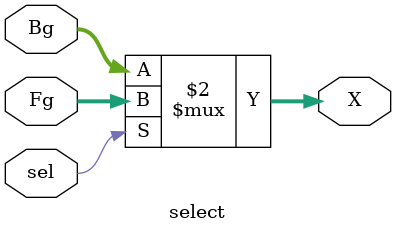
<source format=v>
`timescale 1ns / 1ps


module select(
    input sel,
    input [15:0] Fg,
    input [15:0] Bg,
    output reg [15:0] X = 0
    );
    
always @ *
    begin
        X <= (sel) ? Fg: Bg;     
    end
    
endmodule

</source>
